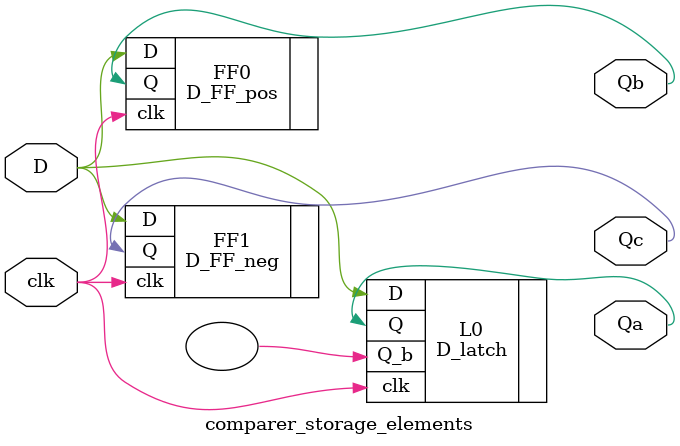
<source format=v>
`timescale 1ns / 1ps


module comparer_storage_elements(
    input D,
    input clk,
    output Qa,
    output Qb,
    output Qc
    );
    
    D_latch L0 (
        .D(D),
        .clk(clk),
        .Q(Qa),
        .Q_b()
    );
    
    D_FF_pos FF0 (
        .D(D),
        .clk(clk),
        .Q(Qb)
    );
    
    D_FF_neg FF1 (
        .D(D),
        .clk(clk),
        .Q(Qc)
    );
    
endmodule

</source>
